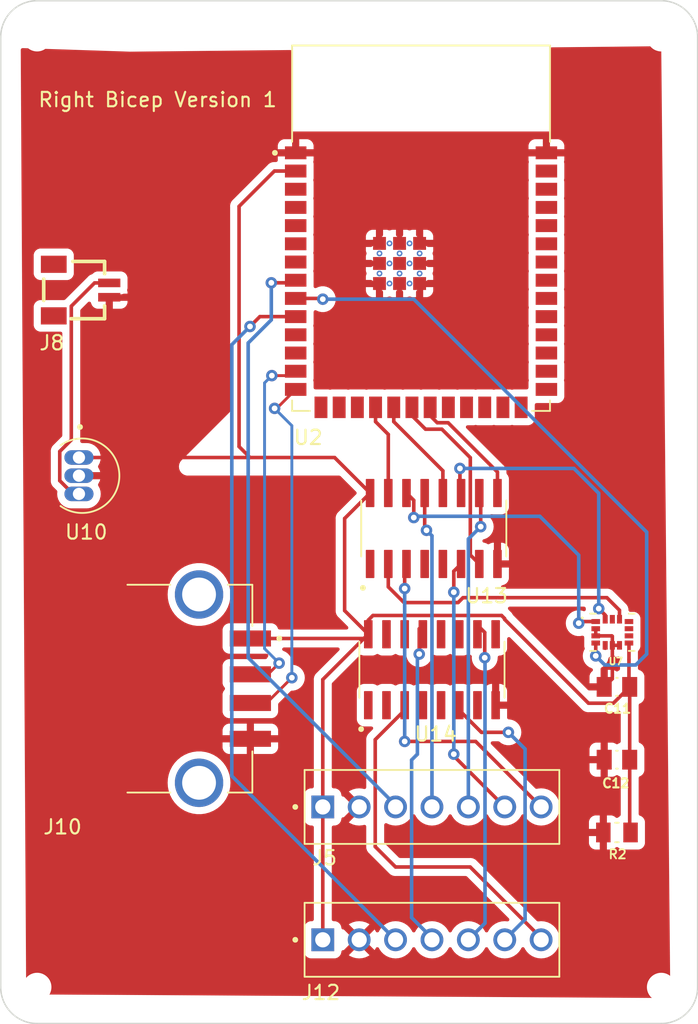
<source format=kicad_pcb>
(kicad_pcb (version 20221018) (generator pcbnew)
  (layers (0 "F.Cu" signal) (31 "B.Cu" signal) (34 "B.Paste" user) (35 "F.Paste" user) (36 "B.SilkS" user "B.Silkscreen") (37 "F.SilkS" user "F.Silkscreen") (38 "B.Mask" user) (39 "F.Mask" user) (44 "Edge.Cuts" user))
  (net 0 "")
  (net 1 "+3.3V")
  (net 2 "GND")
  (net 3 "INT1_1")
  (net 4 "MISO_1")
  (net 5 "MOSI_1")
  (net 6 "CLK1")
  (net 7 "SENSOR_1")
  (net 8 "D-")
  (net 9 "D+")
  (net 10 "INT1_3")
  (net 11 "MISO_3")
  (net 12 "MOSI_3")
  (net 13 "CLK3")
  (net 14 "SENSOR_3")
  (net 15 "MISO_2")
  (net 16 "INT1_2")
  (net 17 "SENSOR_2")
  (net 18 "CLK2")
  (net 19 "MOSI_2")
  (net 25 "Net-(BZ1-+)")
  (net 29 "CS1")
  (net 30 "MISO")
  (net 31 "CLK")
  (net 32 "MOSI")
  (net 34 "CS2")
  (net 35 "SENSOR_SEL")
  (net 51 "Net-(U10-IN)")
  (footprint "MountingHole:MountingHole_2mm" (layer "F.Cu") (at 124.46 51.689)
    (fp_text reference "H1" hide)
    (fp_text value "MountingHole" hide)
    (pad "" np_thru_hole circle (at 0 0) (size 2 2) (drill 2) (layers "*.Cu" "*.Mask"))
  )
  (footprint "TS3A5018D:SOIC127P600X175-16N" (layer "F.Cu") (at 152.019 95.834 90)
    (fp_text reference "U14" (at -4.496 0.254 180) (layer "F.SilkS"))
    (fp_text value "TS3A5018D" hide)
    (fp_line (start -1.95 -5.065) (end 1.95 -5.065) (stroke (width 0.127)) (layer "F.SilkS"))
    (fp_line (start -1.95 5.065) (end 1.95 5.065) (stroke (width 0.127)) (layer "F.SilkS"))
    (fp_circle (center -4.145 -4.945) (end -4.045 -4.945) (stroke (width 0.2)) (fill none) (layer "F.SilkS"))
    (pad "1" smd roundrect (at -2.475 -4.445 90) (size 1.97 0.6) (layers "F.Cu" "F.Paste" "F.Mask") (roundrect_rratio 0.07) (net 35 "SENSOR_SEL"))
    (pad "2" smd roundrect (at -2.475 -3.175 90) (size 1.97 0.6) (layers "F.Cu" "F.Paste" "F.Mask") (roundrect_rratio 0.07))
    (pad "3" smd roundrect (at -2.475 -1.905 90) (size 1.97 0.6) (layers "F.Cu" "F.Paste" "F.Mask") (roundrect_rratio 0.07) (net 14 "SENSOR_3"))
    (pad "4" smd roundrect (at -2.475 -0.635 90) (size 1.97 0.6) (layers "F.Cu" "F.Paste" "F.Mask") (roundrect_rratio 0.07) (net 34 "CS2"))
    (pad "5" smd roundrect (at -2.475 0.635 90) (size 1.97 0.6) (layers "F.Cu" "F.Paste" "F.Mask") (roundrect_rratio 0.07))
    (pad "6" smd roundrect (at -2.475 1.905 90) (size 1.97 0.6) (layers "F.Cu" "F.Paste" "F.Mask") (roundrect_rratio 0.07) (net 13 "CLK3"))
    (pad "7" smd roundrect (at -2.475 3.175 90) (size 1.97 0.6) (layers "F.Cu" "F.Paste" "F.Mask") (roundrect_rratio 0.07) (net 31 "CLK"))
    (pad "8" smd roundrect (at -2.475 4.445 90) (size 1.97 0.6) (layers "F.Cu" "F.Paste" "F.Mask") (roundrect_rratio 0.07) (net 2 "GND"))
    (pad "9" smd roundrect (at 2.475 4.445 90) (size 1.97 0.6) (layers "F.Cu" "F.Paste" "F.Mask") (roundrect_rratio 0.07) (net 32 "MOSI"))
    (pad "10" smd roundrect (at 2.475 3.175 90) (size 1.97 0.6) (layers "F.Cu" "F.Paste" "F.Mask") (roundrect_rratio 0.07) (net 12 "MOSI_3"))
    (pad "11" smd roundrect (at 2.475 1.905 90) (size 1.97 0.6) (layers "F.Cu" "F.Paste" "F.Mask") (roundrect_rratio 0.07))
    (pad "12" smd roundrect (at 2.475 0.635 90) (size 1.97 0.6) (layers "F.Cu" "F.Paste" "F.Mask") (roundrect_rratio 0.07) (net 30 "MISO"))
    (pad "13" smd roundrect (at 2.475 -0.635 90) (size 1.97 0.6) (layers "F.Cu" "F.Paste" "F.Mask") (roundrect_rratio 0.07) (net 11 "MISO_3"))
    (pad "14" smd roundrect (at 2.475 -1.905 90) (size 1.97 0.6) (layers "F.Cu" "F.Paste" "F.Mask") (roundrect_rratio 0.07))
    (pad "15" smd roundrect (at 2.475 -3.175 90) (size 1.97 0.6) (layers "F.Cu" "F.Paste" "F.Mask") (roundrect_rratio 0.07) (net 34 "CS2"))
    (pad "16" smd roundrect (at 2.475 -4.445 90) (size 1.97 0.6) (layers "F.Cu" "F.Paste" "F.Mask") (roundrect_rratio 0.07) (net 1 "+3.3V"))
  )
  (footprint "69167-107HLF:AMPHENOL_69167-107HLF" (layer "F.Cu") (at 152.019 114.681)
    (fp_text reference "J12" (at -7.747 3.683) (layer "F.SilkS"))
    (fp_text value "69167-107HLF" hide)
    (fp_line (start -8.89 2.58) (end -8.89 -2.58) (stroke (width 0.127)) (layer "F.SilkS"))
    (fp_line (start 8.89 -2.58) (end -8.89 -2.58) (stroke (width 0.127)) (layer "F.SilkS"))
    (fp_line (start 8.89 -2.58) (end 8.89 2.58) (stroke (width 0.127)) (layer "F.SilkS"))
    (fp_line (start 8.89 2.58) (end -8.89 2.58) (stroke (width 0.127)) (layer "F.SilkS"))
    (fp_circle (center -9.54 0) (end -9.44 0) (stroke (width 0.2)) (fill none) (layer "F.SilkS"))
    (pad "01" thru_hole rect (at -7.62 0) (size 1.59 1.59) (drill 1.06) (layers "*.Cu" "*.Mask") (net 1 "+3.3V"))
    (pad "02" thru_hole circle (at -5.08 0) (size 1.59 1.59) (drill 1.06) (layers "*.Cu" "*.Mask") (net 2 "GND"))
    (pad "03" thru_hole circle (at -2.54 0) (size 1.59 1.59) (drill 1.06) (layers "*.Cu" "*.Mask") (net 10 "INT1_3"))
    (pad "04" thru_hole circle (at 0 0) (size 1.59 1.59) (drill 1.06) (layers "*.Cu" "*.Mask") (net 11 "MISO_3"))
    (pad "05" thru_hole circle (at 2.54 0) (size 1.59 1.59) (drill 1.06) (layers "*.Cu" "*.Mask") (net 12 "MOSI_3"))
    (pad "06" thru_hole circle (at 5.08 0) (size 1.59 1.59) (drill 1.06) (layers "*.Cu" "*.Mask") (net 13 "CLK3"))
    (pad "07" thru_hole circle (at 7.62 0) (size 1.59 1.59) (drill 1.06) (layers "*.Cu" "*.Mask") (net 14 "SENSOR_3"))
  )
  (footprint "MountingHole:MountingHole_2mm" (layer "F.Cu") (at 168.021 51.689)
    (fp_text reference "H2" hide)
    (fp_text value "MountingHole" hide)
    (pad "" np_thru_hole circle (at 0 0) (size 2 2) (drill 2) (layers "*.Cu" "*.Mask"))
  )
  (footprint "87583-2010RPLF:AMPHENOL_87583-2010RPLF" (layer "F.Cu") (at 135.763 97.155 -90)
    (fp_text reference "J10" (at 9.652 9.525) (layer "F.SilkS"))
    (fp_text value "87583-2010RPLF" hide)
    (fp_line (start -7.25 -3.72) (end -7.25 -2.008) (stroke (width 0.127)) (layer "F.SilkS"))
    (fp_line (start -7.25 -3.72) (end -4.38 -3.72) (stroke (width 0.127)) (layer "F.SilkS"))
    (fp_line (start -7.25 5) (end -7.25 2.008) (stroke (width 0.127)) (layer "F.SilkS"))
    (fp_line (start 4.38 -3.72) (end 7.25 -3.72) (stroke (width 0.127)) (layer "F.SilkS"))
    (fp_line (start 7.25 -3.72) (end 7.25 -2.008) (stroke (width 0.127)) (layer "F.SilkS"))
    (fp_line (start 7.25 5) (end 7.25 2.008) (stroke (width 0.127)) (layer "F.SilkS"))
    (fp_circle (center -3.5 -5.6) (end -3.4 -5.6) (stroke (width 0.2)) (fill none) (layer "F.SilkS"))
    (pad "01" smd rect (at -3.5 -3.58 270) (size 1.12 2.88) (layers "F.Cu" "F.Paste" "F.Mask") (net 1 "+3.3V"))
    (pad "02" smd rect (at -1 -3.58 270) (size 1.12 2.88) (layers "F.Cu" "F.Paste" "F.Mask") (net 8 "D-"))
    (pad "03" smd rect (at 1 -3.58 270) (size 1.12 2.88) (layers "F.Cu" "F.Paste" "F.Mask") (net 9 "D+"))
    (pad "04" smd rect (at 3.5 -3.58 270) (size 1.12 2.88) (layers "F.Cu" "F.Paste" "F.Mask") (net 2 "GND"))
    (pad "S1" thru_hole circle (at -6.57 0 270) (size 3.376 3.376) (drill 2.36) (layers "*.Cu" "*.Mask"))
    (pad "S2" thru_hole circle (at 6.57 0 270) (size 3.376 3.376) (drill 2.36) (layers "*.Cu" "*.Mask"))
  )
  (footprint "ESP32-S3-WROOM-1-N16R8:XCVR_ESP32-S3-WROOM-1-N16R8" (layer "F.Cu") (at 151.257 65.024)
    (fp_text reference "U2" (at -7.874 14.605) (layer "F.SilkS"))
    (fp_text value "ESP32-S3-WROOM-1-N16R8" hide)
    (fp_line (start -9 -12.75) (end 9 -12.75) (stroke (width 0.127)) (layer "F.SilkS"))
    (fp_line (start -9 -6.03) (end -9 -12.75) (stroke (width 0.127)) (layer "F.SilkS"))
    (fp_line (start -9 12.02) (end -9 12.75) (stroke (width 0.127)) (layer "F.SilkS"))
    (fp_line (start -9 12.75) (end -7.755 12.75) (stroke (width 0.127)) (layer "F.SilkS"))
    (fp_line (start 9 -12.75) (end 9 -6.03) (stroke (width 0.127)) (layer "F.SilkS"))
    (fp_line (start 9 12.02) (end 9 12.75) (stroke (width 0.127)) (layer "F.SilkS"))
    (fp_line (start 9 12.75) (end 7.755 12.75) (stroke (width 0.127)) (layer "F.SilkS"))
    (fp_circle (center -10.2 -5.26) (end -10.1 -5.26) (stroke (width 0.2)) (fill none) (layer "F.SilkS"))
    (pad "1" smd rect (at -8.75 -5.26) (size 1.5 0.9) (layers "F.Cu" "F.Paste" "F.Mask") (net 2 "GND"))
    (pad "2" smd rect (at -8.75 -3.99) (size 1.5 0.9) (layers "F.Cu" "F.Paste" "F.Mask") (net 1 "+3.3V"))
    (pad "3" smd rect (at -8.75 -2.72) (size 1.5 0.9) (layers "F.Cu" "F.Paste" "F.Mask") (net 1 "+3.3V"))
    (pad "4" smd rect (at -8.75 -1.45) (size 1.5 0.9) (layers "F.Cu" "F.Paste" "F.Mask"))
    (pad "5" smd rect (at -8.75 -0.18) (size 1.5 0.9) (layers "F.Cu" "F.Paste" "F.Mask"))
    (pad "6" smd rect (at -8.75 1.09) (size 1.5 0.9) (layers "F.Cu" "F.Paste" "F.Mask"))
    (pad "7" smd rect (at -8.75 2.36) (size 1.5 0.9) (layers "F.Cu" "F.Paste" "F.Mask"))
    (pad "8" smd rect (at -8.75 3.63) (size 1.5 0.9) (layers "F.Cu" "F.Paste" "F.Mask") (net 3 "INT1_1"))
    (pad "9" smd rect (at -8.75 4.9) (size 1.5 0.9) (layers "F.Cu" "F.Paste" "F.Mask") (net 16 "INT1_2"))
    (pad "10" smd rect (at -8.75 6.17) (size 1.5 0.9) (layers "F.Cu" "F.Paste" "F.Mask") (net 10 "INT1_3"))
    (pad "11" smd rect (at -8.75 7.44) (size 1.5 0.9) (layers "F.Cu" "F.Paste" "F.Mask"))
    (pad "12" smd rect (at -8.75 8.71) (size 1.5 0.9) (layers "F.Cu" "F.Paste" "F.Mask") (net 25 "Net-(BZ1-+)"))
    (pad "13" smd rect (at -8.75 9.98) (size 1.5 0.9) (layers "F.Cu" "F.Paste" "F.Mask") (net 8 "D-"))
    (pad "14" smd rect (at -8.75 11.25) (size 1.5 0.9) (layers "F.Cu" "F.Paste" "F.Mask") (net 9 "D+"))
    (pad "15" smd rect (at -6.985 12.5) (size 0.9 1.5) (layers "F.Cu" "F.Paste" "F.Mask"))
    (pad "16" smd rect (at -5.715 12.5) (size 0.9 1.5) (layers "F.Cu" "F.Paste" "F.Mask"))
    (pad "17" smd rect (at -4.445 12.5) (size 0.9 1.5) (layers "F.Cu" "F.Paste" "F.Mask"))
    (pad "18" smd rect (at -3.175 12.5) (size 0.9 1.5) (layers "F.Cu" "F.Paste" "F.Mask") (net 29 "CS1"))
    (pad "19" smd rect (at -1.905 12.5) (size 0.9 1.5) (layers "F.Cu" "F.Paste" "F.Mask") (net 30 "MISO"))
    (pad "20" smd rect (at -0.635 12.5) (size 0.9 1.5) (layers "F.Cu" "F.Paste" "F.Mask") (net 31 "CLK"))
    (pad "21" smd rect (at 0.635 12.5) (size 0.9 1.5) (layers "F.Cu" "F.Paste" "F.Mask") (net 32 "MOSI"))
    (pad "22" smd rect (at 1.905 12.5) (size 0.9 1.5) (layers "F.Cu" "F.Paste" "F.Mask"))
    (pad "23" smd rect (at 3.175 12.5) (size 0.9 1.5) (layers "F.Cu" "F.Paste" "F.Mask") (net 34 "CS2"))
    (pad "24" smd rect (at 4.445 12.5) (size 0.9 1.5) (layers "F.Cu" "F.Paste" "F.Mask") (net 35 "SENSOR_SEL"))
    (pad "25" smd rect (at 5.715 12.5) (size 0.9 1.5) (layers "F.Cu" "F.Paste" "F.Mask"))
    (pad "26" smd rect (at 6.985 12.5) (size 0.9 1.5) (layers "F.Cu" "F.Paste" "F.Mask"))
    (pad "27" smd rect (at 8.75 11.25) (size 1.5 0.9) (layers "F.Cu" "F.Paste" "F.Mask"))
    (pad "28" smd rect (at 8.75 9.98) (size 1.5 0.9) (layers "F.Cu" "F.Paste" "F.Mask"))
    (pad "29" smd rect (at 8.75 8.71) (size 1.5 0.9) (layers "F.Cu" "F.Paste" "F.Mask"))
    (pad "30" smd rect (at 8.75 7.44) (size 1.5 0.9) (layers "F.Cu" "F.Paste" "F.Mask"))
    (pad "31" smd rect (at 8.75 6.17) (size 1.5 0.9) (layers "F.Cu" "F.Paste" "F.Mask"))
    (pad "32" smd rect (at 8.75 4.9) (size 1.5 0.9) (layers "F.Cu" "F.Paste" "F.Mask"))
    (pad "33" smd rect (at 8.75 3.63) (size 1.5 0.9) (layers "F.Cu" "F.Paste" "F.Mask"))
    (pad "34" smd rect (at 8.75 2.36) (size 1.5 0.9) (layers "F.Cu" "F.Paste" "F.Mask"))
    (pad "35" smd rect (at 8.75 1.09) (size 1.5 0.9) (layers "F.Cu" "F.Paste" "F.Mask"))
    (pad "36" smd rect (at 8.75 -0.18) (size 1.5 0.9) (layers "F.Cu" "F.Paste" "F.Mask"))
    (pad "37" smd rect (at 8.75 -1.45) (size 1.5 0.9) (layers "F.Cu" "F.Paste" "F.Mask"))
    (pad "38" smd rect (at 8.75 -2.72) (size 1.5 0.9) (layers "F.Cu" "F.Paste" "F.Mask"))
    (pad "39" smd rect (at 8.75 -3.99) (size 1.5 0.9) (layers "F.Cu" "F.Paste" "F.Mask"))
    (pad "40" smd rect (at 8.75 -5.26) (size 1.5 0.9) (layers "F.Cu" "F.Paste" "F.Mask") (net 2 "GND"))
    (pad "41_1" smd rect (at -1.5 2.46) (size 0.9 0.9) (layers "F.Cu" "F.Paste" "F.Mask") (net 2 "GND"))
    (pad "41_2" smd rect (at -2.9 2.46) (size 0.9 0.9) (layers "F.Cu" "F.Paste" "F.Mask") (net 2 "GND"))
    (pad "41_3" smd rect (at -0.1 2.46) (size 0.9 0.9) (layers "F.Cu" "F.Paste" "F.Mask") (net 2 "GND"))
    (pad "41_4" smd rect (at -2.9 3.86) (size 0.9 0.9) (layers "F.Cu" "F.Paste" "F.Mask") (net 2 "GND"))
    (pad "41_5" smd rect (at -1.5 3.86) (size 0.9 0.9) (layers "F.Cu" "F.Paste" "F.Mask") (net 2 "GND"))
    (pad "41_6" smd rect (at -0.1 3.86) (size 0.9 0.9) (layers "F.Cu" "F.Paste" "F.Mask") (net 2 "GND"))
    (pad "41_7" smd rect (at -2.9 1.06) (size 0.9 0.9) (layers "F.Cu" "F.Paste" "F.Mask") (net 2 "GND"))
    (pad "41_8" smd rect (at -1.5 1.06) (size 0.9 0.9) (layers "F.Cu" "F.Paste" "F.Mask") (net 2 "GND"))
    (pad "41_9" smd rect (at -0.1 1.06) (size 0.9 0.9) (layers "F.Cu" "F.Paste" "F.Mask") (net 2 "GND"))
    (pad "41_10" thru_hole circle (at -1.5 1.76) (size 0.4 0.4) (drill 0.2) (layers "*.Cu"))
    (pad "41_11" thru_hole circle (at -2.9 1.76) (size 0.4 0.4) (drill 0.2) (layers "*.Cu"))
    (pad "41_12" thru_hole circle (at -0.1 1.76) (size 0.4 0.4) (drill 0.2) (layers "*.Cu"))
    (pad "41_13" thru_hole circle (at -2.9 3.16) (size 0.4 0.4) (drill 0.2) (layers "*.Cu"))
    (pad "41_14" thru_hole circle (at -1.5 3.16) (size 0.4 0.4) (drill 0.2) (layers "*.Cu"))
    (pad "41_15" thru_hole circle (at -0.1 3.16) (size 0.4 0.4) (drill 0.2) (layers "*.Cu"))
    (pad "41_16" thru_hole circle (at -2.2 1.06) (size 0.4 0.4) (drill 0.2) (layers "*.Cu"))
    (pad "41_17" thru_hole circle (at -0.8 1.06) (size 0.4 0.4) (drill 0.2) (layers "*.Cu"))
    (pad "41_18" thru_hole circle (at -2.2 2.46) (size 0.4 0.4) (drill 0.2) (layers "*.Cu"))
    (pad "41_19" thru_hole circle (at -0.8 2.46) (size 0.4 0.4) (drill 0.2) (layers "*.Cu"))
    (pad "41_20" thru_hole circle (at -2.2 3.86) (size 0.4 0.4) (drill 0.2) (layers "*.Cu"))
    (pad "41_21" thru_hole circle (at -0.8 3.86) (size 0.4 0.4) (drill 0.2) (layers "*.Cu"))
    (zone (net 0) (net_name "") (layer "F.Cu") (connect_pads (clearance 0)) (min_thickness 0.01)
      (keepout (tracks not_allowed) (vias not_allowed) (pads not_allowed) (copperpour not_allowed) (footprints allowed))
      (fill (thermal_gap 0.508) (thermal_bridge_width 0.508))
      (polygon (pts (xy 142.257 52.274) (xy 160.257 52.274) (xy 160.257 58.274) (xy 142.257 58.274)))
    )
  )
  (footprint "MountingHole:MountingHole_2mm" (layer "F.Cu") (at 124.46 117.983)
    (fp_text reference "H3" hide)
    (fp_text value "MountingHole" hide)
    (pad "" np_thru_hole circle (at 0 0) (size 2 2) (drill 2) (layers "*.Cu" "*.Mask"))
  )
  (footprint "LSM6DSMTR (1):PQFN50P300X250X86-14N" (layer "F.Cu") (at 164.609 93.222)
    (fp_text reference "U7" (at 0.237 2.028) (layer "F.SilkS") (effects (font (size 0.48 0.48) (thickness 0.12))))
    (fp_text value "LSM6DSMTR" hide)
    (fp_line (start -1.55 1.3) (end -1.15 1.3) (stroke (width 0.127)) (layer "F.SilkS"))
    (fp_line (start -1.15 -1.3) (end -1.55 -1.3) (stroke (width 0.127)) (layer "F.SilkS"))
    (fp_line (start 1.55 -1.3) (end 1.15 -1.3) (stroke (width 0.127)) (layer "F.SilkS"))
    (fp_line (start 1.55 1.3) (end 1.15 1.3) (stroke (width 0.127)) (layer "F.SilkS"))
    (fp_circle (center -2.1 -1) (end -2.05 -1) (stroke (width 0.1)) (fill none) (layer "F.SilkS"))
    (pad "1" smd rect (at -1.16 -0.75) (size 0.6 0.35) (layers "F.Cu" "F.Paste" "F.Mask") (net 15 "MISO_2"))
    (pad "2" smd rect (at -1.16 -0.25) (size 0.6 0.35) (layers "F.Cu" "F.Paste" "F.Mask") (net 2 "GND"))
    (pad "3" smd rect (at -1.16 0.25) (size 0.6 0.35) (layers "F.Cu" "F.Paste" "F.Mask") (net 2 "GND"))
    (pad "4" smd rect (at -1.16 0.75) (size 0.6 0.35) (layers "F.Cu" "F.Paste" "F.Mask") (net 16 "INT1_2"))
    (pad "5" smd rect (at -0.5 0.91 90) (size 0.6 0.35) (layers "F.Cu" "F.Paste" "F.Mask") (net 1 "+3.3V"))
    (pad "6" smd rect (at 0 0.91 90) (size 0.6 0.35) (layers "F.Cu" "F.Paste" "F.Mask") (net 2 "GND"))
    (pad "7" smd rect (at 0.5 0.91 90) (size 0.6 0.35) (layers "F.Cu" "F.Paste" "F.Mask") (net 2 "GND"))
    (pad "8" smd rect (at 1.16 0.75) (size 0.6 0.35) (layers "F.Cu" "F.Paste" "F.Mask") (net 1 "+3.3V"))
    (pad "9" smd rect (at 1.16 0.25) (size 0.6 0.35) (layers "F.Cu" "F.Paste" "F.Mask"))
    (pad "10" smd rect (at 1.16 -0.25) (size 0.6 0.35) (layers "F.Cu" "F.Paste" "F.Mask"))
    (pad "11" smd rect (at 1.16 -0.75) (size 0.6 0.35) (layers "F.Cu" "F.Paste" "F.Mask"))
    (pad "12" smd rect (at 0.5 -0.91 90) (size 0.6 0.35) (layers "F.Cu" "F.Paste" "F.Mask") (net 17 "SENSOR_2"))
    (pad "13" smd rect (at 0 -0.91 90) (size 0.6 0.35) (layers "F.Cu" "F.Paste" "F.Mask") (net 18 "CLK2"))
    (pad "14" smd rect (at -0.5 -0.91 90) (size 0.6 0.35) (layers "F.Cu" "F.Paste" "F.Mask") (net 19 "MOSI_2"))
  )
  (footprint "69167-107HLF:AMPHENOL_69167-107HLF" (layer "F.Cu") (at 152.019 105.41)
    (fp_text reference "J5" (at -7.493 3.556) (layer "F.SilkS"))
    (fp_text value "69167-107HLF" hide)
    (fp_line (start -8.89 2.58) (end -8.89 -2.58) (stroke (width 0.127)) (layer "F.SilkS"))
    (fp_line (start 8.89 -2.58) (end -8.89 -2.58) (stroke (width 0.127)) (layer "F.SilkS"))
    (fp_line (start 8.89 -2.58) (end 8.89 2.58) (stroke (width 0.127)) (layer "F.SilkS"))
    (fp_line (start 8.89 2.58) (end -8.89 2.58) (stroke (width 0.127)) (layer "F.SilkS"))
    (fp_circle (center -9.54 0) (end -9.44 0) (stroke (width 0.2)) (fill none) (layer "F.SilkS"))
    (pad "01" thru_hole rect (at -7.62 0) (size 1.59 1.59) (drill 1.06) (layers "*.Cu" "*.Mask") (net 1 "+3.3V"))
    (pad "02" thru_hole circle (at -5.08 0) (size 1.59 1.59) (drill 1.06) (layers "*.Cu" "*.Mask") (net 2 "GND"))
    (pad "03" thru_hole circle (at -2.54 0) (size 1.59 1.59) (drill 1.06) (layers "*.Cu" "*.Mask") (net 3 "INT1_1"))
    (pad "04" thru_hole circle (at 0 0) (size 1.59 1.59) (drill 1.06) (layers "*.Cu" "*.Mask") (net 4 "MISO_1"))
    (pad "05" thru_hole circle (at 2.54 0) (size 1.59 1.59) (drill 1.06) (layers "*.Cu" "*.Mask") (net 5 "MOSI_1"))
    (pad "06" thru_hole circle (at 5.08 0) (size 1.59 1.59) (drill 1.06) (layers "*.Cu" "*.Mask") (net 6 "CLK1"))
    (pad "07" thru_hole circle (at 7.62 0) (size 1.59 1.59) (drill 1.06) (layers "*.Cu" "*.Mask") (net 7 "SENSOR_1"))
  )
  (footprint "CL21F104ZAANNNC:CAPC2012X135N" (layer "F.Cu") (at 164.9295 97.032 180)
    (fp_text reference "C11" (at -0.0435 -1.52) (layer "F.SilkS") (effects (font (size 0.64 0.64))))
    (fp_text value "100nF" hide)
    (fp_line (start -0.0515 -0.625) (end 0.0515 -0.625) (stroke (width 0.127)) (layer "F.SilkS"))
    (fp_line (start -0.0515 0.625) (end 0.0515 0.625) (stroke (width 0.127)) (layer "F.SilkS"))
    (pad "1" smd rect (at -0.89 0 180) (size 1.05 1.38) (layers "F.Cu" "F.Paste" "F.Mask"))
    (pad "2" smd rect (at 0.89 0 180) (size 1.05 1.38) (layers "F.Cu" "F.Paste" "F.Mask"))
  )
  (footprint "CL21F104ZAANNNC:CAPC2012X135N" (layer "F.Cu") (at 164.9295 102.112)
    (fp_text reference "C12" (at -0.0835 1.647) (layer "F.SilkS") (effects (font (size 0.64 0.64))))
    (fp_text value "100nF" hide)
    (fp_line (start -0.0515 -0.625) (end 0.0515 -0.625) (stroke (width 0.127)) (layer "F.SilkS"))
    (fp_line (start -0.0515 0.625) (end 0.0515 0.625) (stroke (width 0.127)) (layer "F.SilkS"))
    (pad "1" smd rect (at -0.89 0) (size 1.05 1.38) (layers "F.Cu" "F.Paste" "F.Mask"))
    (pad "2" smd rect (at 0.89 0) (size 1.05 1.38) (layers "F.Cu" "F.Paste" "F.Mask"))
  )
  (footprint "RMCF0805JG10K0:RESC2012X65N" (layer "F.Cu") (at 164.9295 107.192 180)
    (fp_text reference "R2" (at -0.0435 -1.52) (layer "F.SilkS") (effects (font (size 0.635 0.635) (thickness 0.127) bold)))
    (fp_text value "10k" hide)
    (fp_line (start -0.12 -0.68) (end 0.12 -0.68) (stroke (width 0.127)) (layer "F.SilkS"))
    (fp_line (start -0.12 0.68) (end 0.12 0.68) (stroke (width 0.127)) (layer "F.SilkS"))
    (pad "1" smd rect (at -0.95 0 180) (size 1.01 1.38) (layers "F.Cu" "F.Paste" "F.Mask"))
    (pad "2" smd rect (at 0.95 0 180) (size 1.01 1.38) (layers "F.Cu" "F.Paste" "F.Mask"))
  )
  (footprint "TS3A5018D:SOIC127P600X175-16N" (layer "F.Cu") (at 152.146 85.979 90)
    (fp_text reference "U13" (at -4.699 3.683 180) (layer "F.SilkS"))
    (fp_text value "TS3A5018D" hide)
    (fp_line (start -1.95 -5.065) (end 1.95 -5.065) (stroke (width 0.127)) (layer "F.SilkS"))
    (fp_line (start -1.95 5.065) (end 1.95 5.065) (stroke (width 0.127)) (layer "F.SilkS"))
    (fp_circle (center -4.145 -4.945) (end -4.045 -4.945) (stroke (width 0.2)) (fill none) (layer "F.SilkS"))
    (pad "1" smd roundrect (at -2.475 -4.445 90) (size 1.97 0.6) (layers "F.Cu" "F.Paste" "F.Mask") (roundrect_rratio 0.07) (net 35 "SENSOR_SEL"))
    (pad "2" smd roundrect (at -2.475 -3.175 90) (size 1.97 0.6) (layers "F.Cu" "F.Paste" "F.Mask") (roundrect_rratio 0.07) (net 17 "SENSOR_2"))
    (pad "3" smd roundrect (at -2.475 -1.905 90) (size 1.97 0.6) (layers "F.Cu" "F.Paste" "F.Mask") (roundrect_rratio 0.07) (net 7 "SENSOR_1"))
    (pad "4" smd roundrect (at -2.475 -0.635 90) (size 1.97 0.6) (layers "F.Cu" "F.Paste" "F.Mask") (roundrect_rratio 0.07) (net 29 "CS1"))
    (pad "5" smd roundrect (at -2.475 0.635 90) (size 1.97 0.6) (layers "F.Cu" "F.Paste" "F.Mask") (roundrect_rratio 0.07) (net 18 "CLK2"))
    (pad "6" smd roundrect (at -2.475 1.905 90) (size 1.97 0.6) (layers "F.Cu" "F.Paste" "F.Mask") (roundrect_rratio 0.07) (net 6 "CLK1"))
    (pad "7" smd roundrect (at -2.475 3.175 90) (size 1.97 0.6) (layers "F.Cu" "F.Paste" "F.Mask") (roundrect_rratio 0.07) (net 31 "CLK"))
    (pad "8" smd roundrect (at -2.475 4.445 90) (size 1.97 0.6) (layers "F.Cu" "F.Paste" "F.Mask") (roundrect_rratio 0.07) (net 2 "GND"))
    (pad "9" smd roundrect (at 2.475 4.445 90) (size 1.97 0.6) (layers "F.Cu" "F.Paste" "F.Mask") (roundrect_rratio 0.07) (net 32 "MOSI"))
    (pad "10" smd roundrect (at 2.475 3.175 90) (size 1.97 0.6) (layers "F.Cu" "F.Paste" "F.Mask") (roundrect_rratio 0.07) (net 5 "MOSI_1"))
    (pad "11" smd roundrect (at 2.475 1.905 90) (size 1.97 0.6) (layers "F.Cu" "F.Paste" "F.Mask") (roundrect_rratio 0.07) (net 19 "MOSI_2"))
    (pad "12" smd roundrect (at 2.475 0.635 90) (size 1.97 0.6) (layers "F.Cu" "F.Paste" "F.Mask") (roundrect_rratio 0.07) (net 30 "MISO"))
    (pad "13" smd roundrect (at 2.475 -0.635 90) (size 1.97 0.6) (layers "F.Cu" "F.Paste" "F.Mask") (roundrect_rratio 0.07) (net 4 "MISO_1"))
    (pad "14" smd roundrect (at 2.475 -1.905 90) (size 1.97 0.6) (layers "F.Cu" "F.Paste" "F.Mask") (roundrect_rratio 0.07) (net 15 "MISO_2"))
    (pad "15" smd roundrect (at 2.475 -3.175 90) (size 1.97 0.6) (layers "F.Cu" "F.Paste" "F.Mask") (roundrect_rratio 0.07) (net 29 "CS1"))
    (pad "16" smd roundrect (at 2.475 -4.445 90) (size 1.97 0.6) (layers "F.Cu" "F.Paste" "F.Mask") (roundrect_rratio 0.07) (net 1 "+3.3V"))
  )
  (footprint "SM02B-SRSS-TB_LF__SN_:SM02B-SRSS-TB_LF__SN_" (layer "F.Cu") (at 127.521 69.342 -90)
    (fp_text reference "J8" (at 3.683 2.032) (layer "F.SilkS") (effects (font (size 1.00248 1.00248))))
    (fp_text value "SM02B-SRSS-TB_LF__SN_" hide)
    (fp_line (start -2 -1.65) (end -2 0.563) (stroke (width 0.254)) (layer "F.SilkS"))
    (fp_line (start -2 -1.65) (end -1.145 -1.65) (stroke (width 0.254)) (layer "F.SilkS"))
    (fp_line (start -0.767 2.6) (end 0.722 2.6) (stroke (width 0.254)) (layer "F.SilkS"))
    (fp_line (start 2 -1.65) (end 1.1 -1.65) (stroke (width 0.254)) (layer "F.SilkS"))
    (fp_line (start 2 -1.65) (end 2 0.697) (stroke (width 0.254)) (layer "F.SilkS"))
    (pad "1" smd rect (at -0.5 -1.975) (size 1.55 0.6) (layers "F.Cu" "F.Paste" "F.Mask") (net 51 "Net-(U10-IN)"))
    (pad "2" smd rect (at 0.5 -1.975) (size 1.55 0.6) (layers "F.Cu" "F.Paste" "F.Mask") (net 2 "GND"))
    (pad "3" smd rect (at -1.8 1.9) (size 1.8 1.2) (layers "F.Cu" "F.Paste" "F.Mask"))
    (pad "4" smd rect (at 1.8 1.9) (size 1.8 1.2) (layers "F.Cu" "F.Paste" "F.Mask"))
  )
  (footprint "LP2950CZ-3.3_LFT3:TO92127P521H735-3" (layer "F.Cu") (at 128.156 82.296 -90)
    (fp_text reference "U10" (at 3.937 0.267) (layer "F.SilkS"))
    (fp_text value "LP2950CZ-3.3_LFT3" hide)
    (fp_arc (start -2.116 2.063) (mid 0 -2.045468) (end 2.116 2.063) (stroke (width 0.127)) (layer "F.SilkS"))
    (fp_circle (center -3.4 0.7) (end -3.3 0.7) (stroke (width 0.2)) (fill none) (layer "F.SilkS"))
    (pad "1" thru_hole oval (at -1.27 0.775 270) (size 1.016 2.032) (drill 0.85) (layers "*.Cu" "*.Mask") (net 1 "+3.3V"))
    (pad "2" thru_hole oval (at 0 0.775 270) (size 1.016 2.032) (drill 0.85) (layers "*.Cu" "*.Mask") (net 2 "GND"))
    (pad "3" thru_hole oval (at 1.27 0.775 270) (size 1.016 2.032) (drill 0.85) (layers "*.Cu" "*.Mask") (net 51 "Net-(U10-IN)"))
  )
  (footprint "MountingHole:MountingHole_2mm" (layer "F.Cu") (at 168.021 117.983)
    (fp_text reference "H4" hide)
    (fp_text value "MountingHole" hide)
    (pad "" np_thru_hole circle (at 0 0) (size 2 2) (drill 2) (layers "*.Cu" "*.Mask"))
  )
  (gr_arc (start 121.92 51.689) (mid 122.663949 49.892949) (end 124.46 49.149) (stroke (width 0.1)) (layer "Edge.Cuts"))
  (gr_line (start 121.92 51.689) (end 121.92 117.983) (stroke (width 0.1)) (layer "Edge.Cuts"))
  (gr_arc (start 170.561 117.983) (mid 169.817051 119.779051) (end 168.021 120.523) (stroke (width 0.1)) (layer "Edge.Cuts"))
  (gr_line (start 124.46 120.523) (end 168.021 120.523) (stroke (width 0.1)) (layer "Edge.Cuts"))
  (gr_arc (start 124.46 120.523) (mid 122.663949 119.779051) (end 121.92 117.983) (stroke (width 0.1)) (layer "Edge.Cuts"))
  (gr_arc (start 168.021 49.149) (mid 169.817051 49.892949) (end 170.561 51.689) (stroke (width 0.1)) (layer "Edge.Cuts"))
  (gr_line (start 124.46 49.149) (end 168.021 49.149) (stroke (width 0.1)) (layer "Edge.Cuts"))
  (gr_line (start 170.561 117.983) (end 170.561 51.689) (stroke (width 0.1)) (layer "Edge.Cuts"))
  (gr_text "Right Bicep Version 1" (at 124.46 56.642) (layer "F.SilkS") (effects (font (size 1 1)) (justify left bottom)))
  (segment (start 150.899 101.831) (end 151.003 101.727) (width 0.25) (layer "F.Cu") (net 0))
  (segment (start 157.089 92.319) (end 157.089 92.26282) (width 0.25) (layer "F.Cu") (net 1))
  (segment (start 145.923 85.282) (end 145.923 91.708) (width 0.25) (layer "F.Cu") (net 1))
  (segment (start 127.381 81.026) (end 139.319 81.026) (width 0.25) (layer "F.Cu") (net 1))
  (segment (start 138.557 80.264) (end 139.319 81.026) (width 0.25) (layer "F.Cu") (net 1))
  (segment (start 144.399 105.41) (end 144.399 96.52) (width 0.25) (layer "F.Cu") (net 1))
  (segment (start 164.109 94.132) (end 164.109 94.257) (width 0.25) (layer "F.Cu") (net 1))
  (segment (start 145.923 91.708) (end 147.574 93.359) (width 0.25) (layer "F.Cu") (net 1))
  (segment (start 142.507 61.034) (end 141.023 61.034) (width 0.25) (layer "F.Cu") (net 1))
  (segment (start 162.941 98.171) (end 157.089 92.319) (width 0.25) (layer "F.Cu") (net 1))
  (segment (start 145.223 81.026) (end 147.701 83.504) (width 0.25) (layer "F.Cu") (net 1))
  (segment (start 165.769 96.9815) (end 165.8195 97.032) (width 0.25) (layer "F.Cu") (net 1))
  (segment (start 165.8195 97.032) (end 164.6805 98.171) (width 0.25) (layer "F.Cu") (net 1))
  (segment (start 147.278 93.655) (end 147.574 93.359) (width 0.25) (layer "F.Cu") (net 1))
  (segment (start 147.56 93.359) (end 147.574 93.359) (width 0.25) (layer "F.Cu") (net 1))
  (segment (start 165.8195 97.032) (end 165.8195 102.112) (width 0.25) (layer "F.Cu") (net 1))
  (segment (start 139.319 81.026) (end 145.223 81.026) (width 0.25) (layer "F.Cu") (net 1))
  (segment (start 141.023 61.034) (end 138.557 63.5) (width 0.25) (layer "F.Cu") (net 1))
  (segment (start 147.574 92.374001) (end 147.574 93.359) (width 0.25) (layer "F.Cu") (net 1))
  (segment (start 165.8195 107.132) (end 165.8795 107.192) (width 0.25) (layer "F.Cu") (net 1))
  (segment (start 164.109 94.336) (end 164.109 94.132) (width 0.25) (layer "F.Cu") (net 1))
  (segment (start 157.089 92.26282) (end 156.87518 92.049) (width 0.25) (layer "F.Cu") (net 1))
  (segment (start 142.433 60.96) (end 142.507 61.034) (width 0.25) (layer "F.Cu") (net 1))
  (segment (start 165.8195 102.112) (end 165.8195 107.132) (width 0.25) (layer "F.Cu") (net 1))
  (segment (start 156.87518 92.049) (end 147.899001 92.049) (width 0.25) (layer "F.Cu") (net 1))
  (segment (start 165.769 93.972) (end 165.769 95.123) (width 0.25) (layer "F.Cu") (net 1))
  (segment (start 144.399 105.41) (end 144.399 114.681) (width 0.25) (layer "F.Cu") (net 1))
  (segment (start 138.557 63.5) (end 138.557 80.264) (width 0.25) (layer "F.Cu") (net 1))
  (segment (start 144.399 96.52) (end 147.56 93.359) (width 0.25) (layer "F.Cu") (net 1))
  (segment (start 139.343 93.655) (end 147.278 93.655) (width 0.25) (layer "F.Cu") (net 1))
  (segment (start 165.769 95.123) (end 165.769 96.9815) (width 0.25) (layer "F.Cu") (net 1))
  (segment (start 147.701 83.504) (end 145.923 85.282) (width 0.25) (layer "F.Cu") (net 1))
  (segment (start 147.899001 92.049) (end 147.574 92.374001) (width 0.25) (layer "F.Cu") (net 1))
  (segment (start 164.6805 98.171) (end 162.941 98.171) (width 0.25) (layer "F.Cu") (net 1))
  (segment (start 127 81.407) (end 127.381 81.026) (width 0.25) (layer "B.Cu") (net 1))
  (segment (start 163.449 93.472) (end 164.574 93.472) (width 0.25) (layer "F.Cu") (net 2))
  (segment (start 164.609 96.4625) (end 164.0395 97.032) (width 0.25) (layer "F.Cu") (net 2))
  (segment (start 164.609 94.132) (end 164.609 96.4625) (width 0.25) (layer "F.Cu") (net 2))
  (segment (start 163.449 92.972) (end 163.449 93.472) (width 0.25) (layer "F.Cu") (net 2))
  (segment (start 164.574 93.472) (end 164.609 93.507) (width 0.25) (layer "F.Cu") (net 2))
  (segment (start 164.609 94.132) (end 165.109 94.132) (width 0.25) (layer "F.Cu") (net 2))
  (segment (start 164.609 93.507) (end 164.609 94.132) (width 0.25) (layer "F.Cu") (net 2))
  (segment (start 146.939 114.681) (end 146.812 114.681) (width 0.25) (layer "B.Cu") (net 2))
  (segment (start 140.806 68.834) (end 142.327 68.834) (width 0.25) (layer "F.Cu") (net 3))
  (segment (start 142.327 68.834) (end 142.507 68.654) (width 0.25) (layer "F.Cu") (net 3))
  (via (at 140.806 68.834) (size 0.8) (drill 0.4) (layers "F.Cu" "B.Cu") (net 3))
  (segment (start 149.479 105.41) (end 149.479 105.283) (width 0.25) (layer "B.Cu") (net 3))
  (segment (start 139.192 73.034305) (end 140.806 71.420305) (width 0.25) (layer "B.Cu") (net 3))
  (segment (start 140.806 71.420305) (end 140.806 68.834) (width 0.25) (layer "B.Cu") (net 3))
  (segment (start 149.479 105.283) (end 139.192 94.996) (width 0.25) (layer "B.Cu") (net 3))
  (segment (start 139.192 94.996) (end 139.192 73.034305) (width 0.25) (layer "B.Cu") (net 3))
  (segment (start 151.638 86.106) (end 151.511 85.979) (width 0.25) (layer "F.Cu") (net 4))
  (segment (start 151.511 85.979) (end 151.511 83.504) (width 0.25) (layer "F.Cu") (net 4))
  (via (at 151.638 86.106) (size 0.8) (drill 0.4) (layers "F.Cu" "B.Cu") (net 4))
  (segment (start 152.019 86.487) (end 151.638 86.106) (width 0.25) (layer "B.Cu") (net 4))
  (segment (start 152.019 105.41) (end 152.019 86.487) (width 0.25) (layer "B.Cu") (net 4))
  (segment (start 155.421 85.852) (end 155.421 83.604) (width 0.25) (layer "F.Cu") (net 5))
  (segment (start 155.421 83.604) (end 155.321 83.504) (width 0.25) (layer "F.Cu") (net 5))
  (via (at 155.421 85.852) (size 0.8) (drill 0.4) (layers "F.Cu" "B.Cu") (net 5))
  (segment (start 154.559 105.41) (end 154.559 86.714) (width 0.25) (layer "B.Cu") (net 5))
  (segment (start 154.559 86.714) (end 155.421 85.852) (width 0.25) (layer "B.Cu") (net 5))
  (segment (start 153.543 101.854) (end 153.543 101.727) (width 0.25) (layer "F.Cu") (net 6))
  (segment (start 153.543 90.424) (end 153.543 88.962) (width 0.25) (layer "F.Cu") (net 6))
  (segment (start 153.543 88.962) (end 154.051 88.454) (width 0.25) (layer "F.Cu") (net 6))
  (segment (start 157.099 105.41) (end 153.543 101.854) (width 0.25) (layer "F.Cu") (net 6))
  (via (at 153.543 101.727) (size 0.8) (drill 0.4) (layers "F.Cu" "B.Cu") (net 6))
  (via (at 153.543 90.424) (size 0.8) (drill 0.4) (layers "F.Cu" "B.Cu") (net 6))
  (segment (start 153.543 101.727) (end 153.543 90.424) (width 0.25) (layer "B.Cu") (net 6))
  (segment (start 150.114 88.581) (end 150.241 88.454) (width 0.25) (layer "F.Cu") (net 7))
  (segment (start 159.639 105.41) (end 155.067 100.838) (width 0.25) (layer "F.Cu") (net 7))
  (segment (start 150.114 90.17) (end 150.114 88.581) (width 0.25) (layer "F.Cu") (net 7))
  (segment (start 155.067 100.838) (end 150.114 100.838) (width 0.25) (layer "F.Cu") (net 7))
  (via (at 150.114 90.17) (size 0.8) (drill 0.4) (layers "F.Cu" "B.Cu") (net 7))
  (via (at 150.114 100.838) (size 0.8) (drill 0.4) (layers "F.Cu" "B.Cu") (net 7))
  (segment (start 150.114 100.838) (end 150.114 90.17) (width 0.25) (layer "B.Cu") (net 7))
  (segment (start 139.343 96.155) (end 140.573 96.155) (width 0.2) (layer "F.Cu") (net 8))
  (segment (start 140.573 96.155) (end 141.351 95.377) (width 0.2) (layer "F.Cu") (net 8))
  (segment (start 140.843 75.311) (end 142.2 75.311) (width 0.2) (layer "F.Cu") (net 8))
  (segment (start 142.2 75.311) (end 142.507 75.004) (width 0.2) (layer "F.Cu") (net 8))
  (via (at 140.843 75.311) (size 0.8) (drill 0.4) (layers "F.Cu" "B.Cu") (net 8))
  (via (at 141.351 95.377) (size 0.8) (drill 0.4) (layers "F.Cu" "B.Cu") (net 8))
  (segment (start 140.335 94.361) (end 140.335 75.819) (width 0.2) (layer "B.Cu") (net 8))
  (segment (start 140.335 75.819) (end 140.843 75.311) (width 0.2) (layer "B.Cu") (net 8))
  (segment (start 141.351 95.377) (end 140.335 94.361) (width 0.2) (layer "B.Cu") (net 8))
  (segment (start 139.343 98.155) (end 140.478 98.155) (width 0.2) (layer "F.Cu") (net 9))
  (segment (start 141.184 77.597) (end 142.507 76.274) (width 0.2) (layer "F.Cu") (net 9))
  (segment (start 140.478 98.155) (end 142.24 96.393) (width 0.2) (layer "F.Cu") (net 9))
  (segment (start 141.035 77.597) (end 141.184 77.597) (width 0.2) (layer "F.Cu") (net 9))
  (via (at 142.24 96.393) (size 0.8) (drill 0.4) (layers "F.Cu" "B.Cu") (net 9))
  (via (at 141.035 77.597) (size 0.8) (drill 0.4) (layers "F.Cu" "B.Cu") (net 9))
  (segment (start 142.24 96.393) (end 142.24 78.802) (width 0.2) (layer "B.Cu") (net 9))
  (segment (start 142.24 78.802) (end 141.035 77.597) (width 0.2) (layer "B.Cu") (net 9))
  (segment (start 149.479 114.427) (end 149.352 114.3) (width 0.25) (layer "F.Cu") (net 10))
  (segment (start 140.007 71.194) (end 142.507 71.194) (width 0.25) (layer "F.Cu") (net 10))
  (segment (start 139.319 71.882) (end 140.007 71.194) (width 0.25) (layer "F.Cu") (net 10))
  (via (at 139.319 71.882) (size 0.8) (drill 0.4) (layers "F.Cu" "B.Cu") (net 10))
  (segment (start 138.049 73.152) (end 139.319 71.882) (width 0.25) (layer "B.Cu") (net 10))
  (segment (start 149.479 114.681) (end 138.049 103.251) (width 0.25) (layer "B.Cu") (net 10))
  (segment (start 138.049 103.251) (end 138.049 73.152) (width 0.25) (layer "B.Cu") (net 10))
  (segment (start 151.13 92.978) (end 151.384 92.724) (width 0.25) (layer "F.Cu") (net 11))
  (segment (start 151.13 94.742) (end 151.13 92.978) (width 0.25) (layer "F.Cu") (net 11))
  (via (at 151.13 94.742) (size 0.8) (drill 0.4) (layers "F.Cu" "B.Cu") (net 11))
  (segment (start 150.599 113.134) (end 150.599 102.131) (width 0.25) (layer "B.Cu") (net 11))
  (segment (start 152.019 114.681) (end 152.019 114.554) (width 0.25) (layer "B.Cu") (net 11))
  (segment (start 151.003 94.869) (end 151.13 94.742) (width 0.25) (layer "B.Cu") (net 11))
  (segment (start 151.003 101.727) (end 151.003 94.869) (width 0.25) (layer "B.Cu") (net 11))
  (segment (start 152.019 114.554) (end 150.599 113.134) (width 0.25) (layer "B.Cu") (net 11))
  (segment (start 150.599 102.131) (end 151.003 101.727) (width 0.25) (layer "B.Cu") (net 11))
  (segment (start 155.702 93.232) (end 155.194 92.724) (width 0.25) (layer "F.Cu") (net 12))
  (segment (start 155.702 94.996) (end 155.702 93.232) (width 0.25) (layer "F.Cu") (net 12))
  (via (at 155.702 94.996) (size 0.8) (drill 0.4) (layers "F.Cu" "B.Cu") (net 12))
  (segment (start 154.559 114.681) (end 155.721305 113.518695) (width 0.25) (layer "B.Cu") (net 12))
  (segment (start 155.721305 95.015305) (end 155.702 94.996) (width 0.25) (layer "B.Cu") (net 12))
  (segment (start 155.721305 113.518695) (end 155.721305 95.015305) (width 0.25) (layer "B.Cu") (net 12))
  (segment (start 153.924 98.658999) (end 153.924 97.674) (width 0.25) (layer "F.Cu") (net 13))
  (segment (start 155.468001 100.203) (end 153.924 98.658999) (width 0.25) (layer "F.Cu") (net 13))
  (segment (start 157.353 100.203) (end 155.468001 100.203) (width 0.25) (layer "F.Cu") (net 13))
  (via (at 157.353 100.203) (size 0.8) (drill 0.4) (layers "F.Cu" "B.Cu") (net 13))
  (segment (start 157.099 114.681) (end 158.519 113.261) (width 0.25) (layer "B.Cu") (net 13))
  (segment (start 158.519 101.369) (end 157.353 100.203) (width 0.25) (layer "B.Cu") (net 13))
  (segment (start 158.519 113.261) (end 158.519 101.369) (width 0.25) (layer "B.Cu") (net 13))
  (segment (start 150.114 98.658999) (end 150.114 97.674) (width 0.25) (layer "F.Cu") (net 14))
  (segment (start 149.479 109.601) (end 148.059 108.181) (width 0.25) (layer "F.Cu") (net 14))
  (segment (start 159.639 114.554) (end 154.686 109.601) (width 0.25) (layer "F.Cu") (net 14))
  (segment (start 148.059 100.713999) (end 150.114 98.658999) (width 0.25) (layer "F.Cu") (net 14))
  (segment (start 154.686 109.601) (end 149.479 109.601) (width 0.25) (layer "F.Cu") (net 14))
  (segment (start 148.059 108.181) (end 148.059 100.713999) (width 0.25) (layer "F.Cu") (net 14))
  (segment (start 159.639 114.681) (end 159.639 114.554) (width 0.25) (layer "F.Cu") (net 14))
  (segment (start 150.749 84.012) (end 150.241 83.504) (width 0.25) (layer "F.Cu") (net 15))
  (segment (start 163.449 92.472) (end 162.3775 92.472) (width 0.25) (layer "F.Cu") (net 15))
  (segment (start 150.749 85.217) (end 150.749 84.012) (width 0.25) (layer "F.Cu") (net 15))
  (via (at 150.749 85.217) (size 0.8) (drill 0.4) (layers "F.Cu" "B.Cu") (net 15))
  (via (at 162.2625 92.587) (size 0.8) (drill 0.4) (layers "F.Cu" "B.Cu") (net 15))
  (segment (start 150.839 85.127) (end 159.549 85.127) (width 0.25) (layer "B.Cu") (net 15))
  (segment (start 159.549 85.127) (end 162.2625 87.8405) (width 0.25) (layer "B.Cu") (net 15))
  (segment (start 150.749 85.217) (end 150.839 85.127) (width 0.25) (layer "B.Cu") (net 15))
  (segment (start 162.2625 87.8405) (end 162.2625 92.587) (width 0.25) (layer "B.Cu") (net 15))
  (segment (start 163.449 94.869) (end 163.449 93.972) (width 0.25) (layer "F.Cu") (net 16))
  (segment (start 144.346 69.924) (end 144.399 69.977) (width 0.25) (layer "F.Cu") (net 16))
  (segment (start 142.507 69.924) (end 144.346 69.924) (width 0.25) (layer "F.Cu") (net 16))
  (via (at 144.399 69.977) (size 0.8) (drill 0.4) (layers "F.Cu" "B.Cu") (net 16))
  (via (at 163.449 94.869) (size 0.8) (drill 0.4) (layers "F.Cu" "B.Cu") (net 16))
  (segment (start 166.243 95.504) (end 167.005 94.742) (width 0.25) (layer "B.Cu") (net 16))
  (segment (start 163.449 94.869) (end 164.084 95.504) (width 0.25) (layer "B.Cu") (net 16))
  (segment (start 150.750396 69.977) (end 144.399 69.977) (width 0.25) (layer "B.Cu") (net 16))
  (segment (start 167.005 86.231604) (end 150.750396 69.977) (width 0.25) (layer "B.Cu") (net 16))
  (segment (start 164.084 95.504) (end 166.243 95.504) (width 0.25) (layer "B.Cu") (net 16))
  (segment (start 167.005 94.742) (end 167.005 86.231604) (width 0.25) (layer "B.Cu") (net 16))
  (segment (start 153.843305 91.149) (end 150.067695 91.149) (width 0.25) (layer "F.Cu") (net 17))
  (segment (start 165.109 91.687) (end 164.227 90.805) (width 0.25) (layer "F.Cu") (net 17))
  (segment (start 164.227 90.805) (end 154.187305 90.805) (width 0.25) (layer "F.Cu") (net 17))
  (segment (start 154.187305 90.805) (end 153.843305 91.149) (width 0.25) (layer "F.Cu") (net 17))
  (segment (start 165.109 92.312) (end 165.109 91.687) (width 0.25) (layer "F.Cu") (net 17))
  (segment (start 150.067695 91.149) (end 148.971 90.052305) (width 0.25) (layer "F.Cu") (net 17))
  (segment (start 148.971 90.052305) (end 148.971 88.454) (width 0.25) (layer "F.Cu") (net 17))
  (segment (start 164.109 92.0205) (end 163.6595 91.571) (width 0.25) (layer "F.Cu") (net 19))
  (segment (start 153.971 83.424) (end 154.051 83.504) (width 0.25) (layer "F.Cu") (net 19))
  (segment (start 164.109 92.312) (end 164.109 92.0205) (width 0.25) (layer "F.Cu") (net 19))
  (segment (start 153.971 81.788) (end 153.971 83.424) (width 0.25) (layer "F.Cu") (net 19))
  (via (at 153.971 81.788) (size 0.8) (drill 0.4) (layers "F.Cu" "B.Cu") (net 19))
  (via (at 163.6595 91.571) (size 0.8) (drill 0.4) (layers "F.Cu" "B.Cu") (net 19))
  (segment (start 153.971 81.788) (end 161.925 81.788) (width 0.25) (layer "B.Cu") (net 19))
  (segment (start 163.6595 83.5225) (end 163.6595 91.571) (width 0.25) (layer "B.Cu") (net 19))
  (segment (start 161.925 81.788) (end 163.6595 83.5225) (width 0.25) (layer "B.Cu") (net 19))
  (segment (start 148.971 79.413) (end 148.971 83.504) (width 0.25) (layer "F.Cu") (net 29))
  (segment (start 148.082 78.524) (end 148.971 79.413) (width 0.25) (layer "F.Cu") (net 29))
  (segment (start 148.082 77.524) (end 148.082 78.524) (width 0.25) (layer "F.Cu") (net 29))
  (segment (start 149.352 78.524) (end 152.781 81.953) (width 0.25) (layer "F.Cu") (net 30))
  (segment (start 149.352 77.524) (end 149.352 78.524) (width 0.25) (layer "F.Cu") (net 30))
  (segment (start 152.781 81.953) (end 152.781 83.504) (width 0.25) (layer "F.Cu") (net 30))
  (segment (start 152.709 79.049) (end 154.696 81.036) (width 0.25) (layer "F.Cu") (net 31))
  (segment (start 151.567 79.049) (end 152.709 79.049) (width 0.25) (layer "F.Cu") (net 31))
  (segment (start 150.622 78.104) (end 151.567 79.049) (width 0.25) (layer "F.Cu") (net 31))
  (segment (start 154.696 87.829) (end 155.321 88.454) (width 0.25) (layer "F.Cu") (net 31))
  (segment (start 154.696 81.036) (end 154.696 87.829) (width 0.25) (layer "F.Cu") (net 31))
  (segment (start 150.622 77.524) (end 150.622 78.104) (width 0.25) (layer "F.Cu") (net 31))
  (segment (start 152.387 78.599) (end 153.148 78.599) (width 0.25) (layer "F.Cu") (net 32))
  (segment (start 151.892 78.104) (end 152.387 78.599) (width 0.25) (layer "F.Cu") (net 32))
  (segment (start 156.591 82.042) (end 156.591 83.504) (width 0.25) (layer "F.Cu") (net 32))
  (segment (start 151.892 77.524) (end 151.892 78.104) (width 0.25) (layer "F.Cu") (net 32))
  (segment (start 153.148 78.599) (end 156.591 82.042) (width 0.25) (layer "F.Cu") (net 32))
  (segment (start 129.496 68.842) (end 128.471 68.842) (width 0.25) (layer "F.Cu") (net 51))
  (segment (start 128.471 68.842) (end 126.846 70.467) (width 0.25) (layer "F.Cu") (net 51))
  (segment (start 126.96496 83.566) (end 127.381 83.566) (width 0.25) (layer "F.Cu") (net 51))
  (segment (start 126.846 70.467) (end 126.846 79.796) (width 0.25) (layer "F.Cu") (net 51))
  (segment (start 126.04 82.64104) (end 126.96496 83.566) (width 0.25) (layer "F.Cu") (net 51))
  (segment (start 126.846 79.796) (end 126.04 80.602) (width 0.25) (layer "F.Cu") (net 51))
  (segment (start 126.04 80.602) (end 126.04 82.64104) (width 0.25) (layer "F.Cu") (net 51))
  (zone (net 0) (net_name "") (layer "F.Cu") (connect_pads (clearance 0.5)) (min_thickness 0.25) (fill yes (thermal_gap 0.5) (thermal_bridge_width 0.5))
    (polygon (pts (xy 130.937 52.705) (xy 168.021 52.324) (xy 168.656 118.745) (xy 123.698 118.491) (xy 123.317 52.451)))
  )
)
</source>
